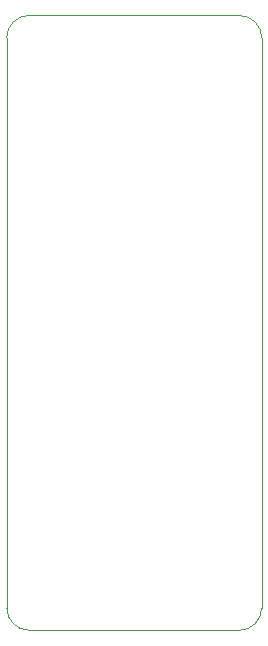
<source format=gbr>
G04 #@! TF.GenerationSoftware,KiCad,Pcbnew,(5.1.5)-3*
G04 #@! TF.CreationDate,2020-03-15T11:48:49-07:00*
G04 #@! TF.ProjectId,bbf-supply_v1,6262662d-7375-4707-906c-795f76312e6b,rev?*
G04 #@! TF.SameCoordinates,Original*
G04 #@! TF.FileFunction,Profile,NP*
%FSLAX46Y46*%
G04 Gerber Fmt 4.6, Leading zero omitted, Abs format (unit mm)*
G04 Created by KiCad (PCBNEW (5.1.5)-3) date 2020-03-15 11:48:49*
%MOMM*%
%LPD*%
G04 APERTURE LIST*
G04 #@! TA.AperFunction,Profile*
%ADD10C,0.050000*%
G04 #@! TD*
G04 APERTURE END LIST*
D10*
X137706100Y-80868600D02*
G75*
G02X139601100Y-78973600I1895000J0D01*
G01*
X137706100Y-80868600D02*
X137706100Y-129128600D01*
X139611100Y-131033600D02*
G75*
G02X137706100Y-129128600I0J1905000D01*
G01*
X139611100Y-131033600D02*
X157391100Y-131033600D01*
X159296100Y-129128600D02*
G75*
G02X157391100Y-131033600I-1905000J0D01*
G01*
X159296100Y-129128600D02*
X159296100Y-80868600D01*
X157401100Y-78973600D02*
G75*
G02X159296100Y-80868600I0J-1895000D01*
G01*
X157401100Y-78973600D02*
X139601100Y-78973600D01*
M02*

</source>
